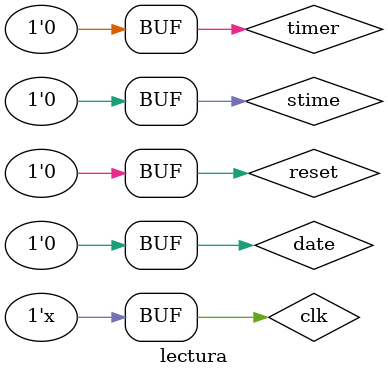
<source format=v>
`timescale 1ns / 1ps
module lectura();
    reg date, stime, timer, clk, reset;
    wire [3:0] control;
    wire [5:0] counter;
    FSM_pr list (.date(date),.stime(stime),.timer(timer),.clk(clk),.control(control),.reset(reset),.counter(counter));
    initial 
        begin
            #5 reset = 1;
            #5 reset = 0;
            clk = 0;
            stime = 1;
            #15 stime = 0; 
            timer = 0;
            date = 0;
        end
    always
        begin
            #5 clk = ~clk;
            
        end              
    
endmodule

</source>
